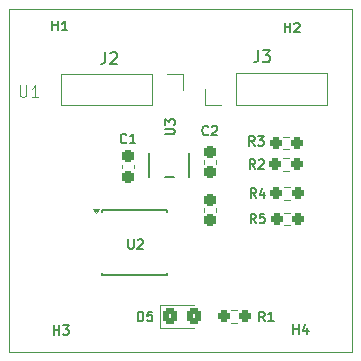
<source format=gbr>
G04 #@! TF.GenerationSoftware,KiCad,Pcbnew,8.0.1*
G04 #@! TF.CreationDate,2025-03-18T21:29:45-06:00*
G04 #@! TF.ProjectId,ColorSensing_Rev3,436f6c6f-7253-4656-9e73-696e675f5265,rev?*
G04 #@! TF.SameCoordinates,Original*
G04 #@! TF.FileFunction,Legend,Top*
G04 #@! TF.FilePolarity,Positive*
%FSLAX46Y46*%
G04 Gerber Fmt 4.6, Leading zero omitted, Abs format (unit mm)*
G04 Created by KiCad (PCBNEW 8.0.1) date 2025-03-18 21:29:45*
%MOMM*%
%LPD*%
G01*
G04 APERTURE LIST*
G04 Aperture macros list*
%AMRoundRect*
0 Rectangle with rounded corners*
0 $1 Rounding radius*
0 $2 $3 $4 $5 $6 $7 $8 $9 X,Y pos of 4 corners*
0 Add a 4 corners polygon primitive as box body*
4,1,4,$2,$3,$4,$5,$6,$7,$8,$9,$2,$3,0*
0 Add four circle primitives for the rounded corners*
1,1,$1+$1,$2,$3*
1,1,$1+$1,$4,$5*
1,1,$1+$1,$6,$7*
1,1,$1+$1,$8,$9*
0 Add four rect primitives between the rounded corners*
20,1,$1+$1,$2,$3,$4,$5,0*
20,1,$1+$1,$4,$5,$6,$7,0*
20,1,$1+$1,$6,$7,$8,$9,0*
20,1,$1+$1,$8,$9,$2,$3,0*%
G04 Aperture macros list end*
%ADD10C,0.150000*%
%ADD11C,0.100000*%
%ADD12C,0.120000*%
%ADD13C,0.152400*%
%ADD14RoundRect,0.237500X0.250000X0.237500X-0.250000X0.237500X-0.250000X-0.237500X0.250000X-0.237500X0*%
%ADD15C,2.500000*%
%ADD16RoundRect,0.237500X0.237500X-0.300000X0.237500X0.300000X-0.237500X0.300000X-0.237500X-0.300000X0*%
%ADD17C,1.524000*%
%ADD18R,0.508000X1.320800*%
%ADD19R,1.700000X1.700000*%
%ADD20O,1.700000X1.700000*%
%ADD21RoundRect,0.250000X-0.325000X-0.450000X0.325000X-0.450000X0.325000X0.450000X-0.325000X0.450000X0*%
%ADD22R,1.700000X0.650000*%
G04 APERTURE END LIST*
D10*
X133136667Y-80932295D02*
X132870000Y-80551342D01*
X132679524Y-80932295D02*
X132679524Y-80132295D01*
X132679524Y-80132295D02*
X132984286Y-80132295D01*
X132984286Y-80132295D02*
X133060476Y-80170390D01*
X133060476Y-80170390D02*
X133098571Y-80208485D01*
X133098571Y-80208485D02*
X133136667Y-80284676D01*
X133136667Y-80284676D02*
X133136667Y-80398961D01*
X133136667Y-80398961D02*
X133098571Y-80475152D01*
X133098571Y-80475152D02*
X133060476Y-80513247D01*
X133060476Y-80513247D02*
X132984286Y-80551342D01*
X132984286Y-80551342D02*
X132679524Y-80551342D01*
X133441428Y-80208485D02*
X133479524Y-80170390D01*
X133479524Y-80170390D02*
X133555714Y-80132295D01*
X133555714Y-80132295D02*
X133746190Y-80132295D01*
X133746190Y-80132295D02*
X133822381Y-80170390D01*
X133822381Y-80170390D02*
X133860476Y-80208485D01*
X133860476Y-80208485D02*
X133898571Y-80284676D01*
X133898571Y-80284676D02*
X133898571Y-80360866D01*
X133898571Y-80360866D02*
X133860476Y-80475152D01*
X133860476Y-80475152D02*
X133403333Y-80932295D01*
X133403333Y-80932295D02*
X133898571Y-80932295D01*
X136370476Y-94932295D02*
X136370476Y-94132295D01*
X136370476Y-94513247D02*
X136827619Y-94513247D01*
X136827619Y-94932295D02*
X136827619Y-94132295D01*
X137551428Y-94398961D02*
X137551428Y-94932295D01*
X137360952Y-94094200D02*
X137170475Y-94665628D01*
X137170475Y-94665628D02*
X137665714Y-94665628D01*
X133206667Y-85552295D02*
X132940000Y-85171342D01*
X132749524Y-85552295D02*
X132749524Y-84752295D01*
X132749524Y-84752295D02*
X133054286Y-84752295D01*
X133054286Y-84752295D02*
X133130476Y-84790390D01*
X133130476Y-84790390D02*
X133168571Y-84828485D01*
X133168571Y-84828485D02*
X133206667Y-84904676D01*
X133206667Y-84904676D02*
X133206667Y-85018961D01*
X133206667Y-85018961D02*
X133168571Y-85095152D01*
X133168571Y-85095152D02*
X133130476Y-85133247D01*
X133130476Y-85133247D02*
X133054286Y-85171342D01*
X133054286Y-85171342D02*
X132749524Y-85171342D01*
X133930476Y-84752295D02*
X133549524Y-84752295D01*
X133549524Y-84752295D02*
X133511428Y-85133247D01*
X133511428Y-85133247D02*
X133549524Y-85095152D01*
X133549524Y-85095152D02*
X133625714Y-85057057D01*
X133625714Y-85057057D02*
X133816190Y-85057057D01*
X133816190Y-85057057D02*
X133892381Y-85095152D01*
X133892381Y-85095152D02*
X133930476Y-85133247D01*
X133930476Y-85133247D02*
X133968571Y-85209438D01*
X133968571Y-85209438D02*
X133968571Y-85399914D01*
X133968571Y-85399914D02*
X133930476Y-85476104D01*
X133930476Y-85476104D02*
X133892381Y-85514200D01*
X133892381Y-85514200D02*
X133816190Y-85552295D01*
X133816190Y-85552295D02*
X133625714Y-85552295D01*
X133625714Y-85552295D02*
X133549524Y-85514200D01*
X133549524Y-85514200D02*
X133511428Y-85476104D01*
X133946667Y-93842295D02*
X133680000Y-93461342D01*
X133489524Y-93842295D02*
X133489524Y-93042295D01*
X133489524Y-93042295D02*
X133794286Y-93042295D01*
X133794286Y-93042295D02*
X133870476Y-93080390D01*
X133870476Y-93080390D02*
X133908571Y-93118485D01*
X133908571Y-93118485D02*
X133946667Y-93194676D01*
X133946667Y-93194676D02*
X133946667Y-93308961D01*
X133946667Y-93308961D02*
X133908571Y-93385152D01*
X133908571Y-93385152D02*
X133870476Y-93423247D01*
X133870476Y-93423247D02*
X133794286Y-93461342D01*
X133794286Y-93461342D02*
X133489524Y-93461342D01*
X134708571Y-93842295D02*
X134251428Y-93842295D01*
X134480000Y-93842295D02*
X134480000Y-93042295D01*
X134480000Y-93042295D02*
X134403809Y-93156580D01*
X134403809Y-93156580D02*
X134327619Y-93232771D01*
X134327619Y-93232771D02*
X134251428Y-93270866D01*
D11*
X113208095Y-73867419D02*
X113208095Y-74676942D01*
X113208095Y-74676942D02*
X113255714Y-74772180D01*
X113255714Y-74772180D02*
X113303333Y-74819800D01*
X113303333Y-74819800D02*
X113398571Y-74867419D01*
X113398571Y-74867419D02*
X113589047Y-74867419D01*
X113589047Y-74867419D02*
X113684285Y-74819800D01*
X113684285Y-74819800D02*
X113731904Y-74772180D01*
X113731904Y-74772180D02*
X113779523Y-74676942D01*
X113779523Y-74676942D02*
X113779523Y-73867419D01*
X114779523Y-74867419D02*
X114208095Y-74867419D01*
X114493809Y-74867419D02*
X114493809Y-73867419D01*
X114493809Y-73867419D02*
X114398571Y-74010276D01*
X114398571Y-74010276D02*
X114303333Y-74105514D01*
X114303333Y-74105514D02*
X114208095Y-74153133D01*
D10*
X125512295Y-78019523D02*
X126159914Y-78019523D01*
X126159914Y-78019523D02*
X126236104Y-77981428D01*
X126236104Y-77981428D02*
X126274200Y-77943333D01*
X126274200Y-77943333D02*
X126312295Y-77867142D01*
X126312295Y-77867142D02*
X126312295Y-77714761D01*
X126312295Y-77714761D02*
X126274200Y-77638571D01*
X126274200Y-77638571D02*
X126236104Y-77600476D01*
X126236104Y-77600476D02*
X126159914Y-77562380D01*
X126159914Y-77562380D02*
X125512295Y-77562380D01*
X125512295Y-77257619D02*
X125512295Y-76762381D01*
X125512295Y-76762381D02*
X125817057Y-77029047D01*
X125817057Y-77029047D02*
X125817057Y-76914762D01*
X125817057Y-76914762D02*
X125855152Y-76838571D01*
X125855152Y-76838571D02*
X125893247Y-76800476D01*
X125893247Y-76800476D02*
X125969438Y-76762381D01*
X125969438Y-76762381D02*
X126159914Y-76762381D01*
X126159914Y-76762381D02*
X126236104Y-76800476D01*
X126236104Y-76800476D02*
X126274200Y-76838571D01*
X126274200Y-76838571D02*
X126312295Y-76914762D01*
X126312295Y-76914762D02*
X126312295Y-77143333D01*
X126312295Y-77143333D02*
X126274200Y-77219524D01*
X126274200Y-77219524D02*
X126236104Y-77257619D01*
X120456666Y-71064819D02*
X120456666Y-71779104D01*
X120456666Y-71779104D02*
X120409047Y-71921961D01*
X120409047Y-71921961D02*
X120313809Y-72017200D01*
X120313809Y-72017200D02*
X120170952Y-72064819D01*
X120170952Y-72064819D02*
X120075714Y-72064819D01*
X120885238Y-71160057D02*
X120932857Y-71112438D01*
X120932857Y-71112438D02*
X121028095Y-71064819D01*
X121028095Y-71064819D02*
X121266190Y-71064819D01*
X121266190Y-71064819D02*
X121361428Y-71112438D01*
X121361428Y-71112438D02*
X121409047Y-71160057D01*
X121409047Y-71160057D02*
X121456666Y-71255295D01*
X121456666Y-71255295D02*
X121456666Y-71350533D01*
X121456666Y-71350533D02*
X121409047Y-71493390D01*
X121409047Y-71493390D02*
X120837619Y-72064819D01*
X120837619Y-72064819D02*
X121456666Y-72064819D01*
X122236667Y-78706104D02*
X122198571Y-78744200D01*
X122198571Y-78744200D02*
X122084286Y-78782295D01*
X122084286Y-78782295D02*
X122008095Y-78782295D01*
X122008095Y-78782295D02*
X121893809Y-78744200D01*
X121893809Y-78744200D02*
X121817619Y-78668009D01*
X121817619Y-78668009D02*
X121779524Y-78591819D01*
X121779524Y-78591819D02*
X121741428Y-78439438D01*
X121741428Y-78439438D02*
X121741428Y-78325152D01*
X121741428Y-78325152D02*
X121779524Y-78172771D01*
X121779524Y-78172771D02*
X121817619Y-78096580D01*
X121817619Y-78096580D02*
X121893809Y-78020390D01*
X121893809Y-78020390D02*
X122008095Y-77982295D01*
X122008095Y-77982295D02*
X122084286Y-77982295D01*
X122084286Y-77982295D02*
X122198571Y-78020390D01*
X122198571Y-78020390D02*
X122236667Y-78058485D01*
X122998571Y-78782295D02*
X122541428Y-78782295D01*
X122770000Y-78782295D02*
X122770000Y-77982295D01*
X122770000Y-77982295D02*
X122693809Y-78096580D01*
X122693809Y-78096580D02*
X122617619Y-78172771D01*
X122617619Y-78172771D02*
X122541428Y-78210866D01*
X129176667Y-78046104D02*
X129138571Y-78084200D01*
X129138571Y-78084200D02*
X129024286Y-78122295D01*
X129024286Y-78122295D02*
X128948095Y-78122295D01*
X128948095Y-78122295D02*
X128833809Y-78084200D01*
X128833809Y-78084200D02*
X128757619Y-78008009D01*
X128757619Y-78008009D02*
X128719524Y-77931819D01*
X128719524Y-77931819D02*
X128681428Y-77779438D01*
X128681428Y-77779438D02*
X128681428Y-77665152D01*
X128681428Y-77665152D02*
X128719524Y-77512771D01*
X128719524Y-77512771D02*
X128757619Y-77436580D01*
X128757619Y-77436580D02*
X128833809Y-77360390D01*
X128833809Y-77360390D02*
X128948095Y-77322295D01*
X128948095Y-77322295D02*
X129024286Y-77322295D01*
X129024286Y-77322295D02*
X129138571Y-77360390D01*
X129138571Y-77360390D02*
X129176667Y-77398485D01*
X129481428Y-77398485D02*
X129519524Y-77360390D01*
X129519524Y-77360390D02*
X129595714Y-77322295D01*
X129595714Y-77322295D02*
X129786190Y-77322295D01*
X129786190Y-77322295D02*
X129862381Y-77360390D01*
X129862381Y-77360390D02*
X129900476Y-77398485D01*
X129900476Y-77398485D02*
X129938571Y-77474676D01*
X129938571Y-77474676D02*
X129938571Y-77550866D01*
X129938571Y-77550866D02*
X129900476Y-77665152D01*
X129900476Y-77665152D02*
X129443333Y-78122295D01*
X129443333Y-78122295D02*
X129938571Y-78122295D01*
X133086667Y-79002295D02*
X132820000Y-78621342D01*
X132629524Y-79002295D02*
X132629524Y-78202295D01*
X132629524Y-78202295D02*
X132934286Y-78202295D01*
X132934286Y-78202295D02*
X133010476Y-78240390D01*
X133010476Y-78240390D02*
X133048571Y-78278485D01*
X133048571Y-78278485D02*
X133086667Y-78354676D01*
X133086667Y-78354676D02*
X133086667Y-78468961D01*
X133086667Y-78468961D02*
X133048571Y-78545152D01*
X133048571Y-78545152D02*
X133010476Y-78583247D01*
X133010476Y-78583247D02*
X132934286Y-78621342D01*
X132934286Y-78621342D02*
X132629524Y-78621342D01*
X133353333Y-78202295D02*
X133848571Y-78202295D01*
X133848571Y-78202295D02*
X133581905Y-78507057D01*
X133581905Y-78507057D02*
X133696190Y-78507057D01*
X133696190Y-78507057D02*
X133772381Y-78545152D01*
X133772381Y-78545152D02*
X133810476Y-78583247D01*
X133810476Y-78583247D02*
X133848571Y-78659438D01*
X133848571Y-78659438D02*
X133848571Y-78849914D01*
X133848571Y-78849914D02*
X133810476Y-78926104D01*
X133810476Y-78926104D02*
X133772381Y-78964200D01*
X133772381Y-78964200D02*
X133696190Y-79002295D01*
X133696190Y-79002295D02*
X133467619Y-79002295D01*
X133467619Y-79002295D02*
X133391428Y-78964200D01*
X133391428Y-78964200D02*
X133353333Y-78926104D01*
X133396666Y-70924819D02*
X133396666Y-71639104D01*
X133396666Y-71639104D02*
X133349047Y-71781961D01*
X133349047Y-71781961D02*
X133253809Y-71877200D01*
X133253809Y-71877200D02*
X133110952Y-71924819D01*
X133110952Y-71924819D02*
X133015714Y-71924819D01*
X133777619Y-70924819D02*
X134396666Y-70924819D01*
X134396666Y-70924819D02*
X134063333Y-71305771D01*
X134063333Y-71305771D02*
X134206190Y-71305771D01*
X134206190Y-71305771D02*
X134301428Y-71353390D01*
X134301428Y-71353390D02*
X134349047Y-71401009D01*
X134349047Y-71401009D02*
X134396666Y-71496247D01*
X134396666Y-71496247D02*
X134396666Y-71734342D01*
X134396666Y-71734342D02*
X134349047Y-71829580D01*
X134349047Y-71829580D02*
X134301428Y-71877200D01*
X134301428Y-71877200D02*
X134206190Y-71924819D01*
X134206190Y-71924819D02*
X133920476Y-71924819D01*
X133920476Y-71924819D02*
X133825238Y-71877200D01*
X133825238Y-71877200D02*
X133777619Y-71829580D01*
X115970476Y-69222295D02*
X115970476Y-68422295D01*
X115970476Y-68803247D02*
X116427619Y-68803247D01*
X116427619Y-69222295D02*
X116427619Y-68422295D01*
X117227618Y-69222295D02*
X116770475Y-69222295D01*
X116999047Y-69222295D02*
X116999047Y-68422295D01*
X116999047Y-68422295D02*
X116922856Y-68536580D01*
X116922856Y-68536580D02*
X116846666Y-68612771D01*
X116846666Y-68612771D02*
X116770475Y-68650866D01*
X123229524Y-93862295D02*
X123229524Y-93062295D01*
X123229524Y-93062295D02*
X123420000Y-93062295D01*
X123420000Y-93062295D02*
X123534286Y-93100390D01*
X123534286Y-93100390D02*
X123610476Y-93176580D01*
X123610476Y-93176580D02*
X123648571Y-93252771D01*
X123648571Y-93252771D02*
X123686667Y-93405152D01*
X123686667Y-93405152D02*
X123686667Y-93519438D01*
X123686667Y-93519438D02*
X123648571Y-93671819D01*
X123648571Y-93671819D02*
X123610476Y-93748009D01*
X123610476Y-93748009D02*
X123534286Y-93824200D01*
X123534286Y-93824200D02*
X123420000Y-93862295D01*
X123420000Y-93862295D02*
X123229524Y-93862295D01*
X124410476Y-93062295D02*
X124029524Y-93062295D01*
X124029524Y-93062295D02*
X123991428Y-93443247D01*
X123991428Y-93443247D02*
X124029524Y-93405152D01*
X124029524Y-93405152D02*
X124105714Y-93367057D01*
X124105714Y-93367057D02*
X124296190Y-93367057D01*
X124296190Y-93367057D02*
X124372381Y-93405152D01*
X124372381Y-93405152D02*
X124410476Y-93443247D01*
X124410476Y-93443247D02*
X124448571Y-93519438D01*
X124448571Y-93519438D02*
X124448571Y-93709914D01*
X124448571Y-93709914D02*
X124410476Y-93786104D01*
X124410476Y-93786104D02*
X124372381Y-93824200D01*
X124372381Y-93824200D02*
X124296190Y-93862295D01*
X124296190Y-93862295D02*
X124105714Y-93862295D01*
X124105714Y-93862295D02*
X124029524Y-93824200D01*
X124029524Y-93824200D02*
X123991428Y-93786104D01*
X116100476Y-94992295D02*
X116100476Y-94192295D01*
X116100476Y-94573247D02*
X116557619Y-94573247D01*
X116557619Y-94992295D02*
X116557619Y-94192295D01*
X116862380Y-94192295D02*
X117357618Y-94192295D01*
X117357618Y-94192295D02*
X117090952Y-94497057D01*
X117090952Y-94497057D02*
X117205237Y-94497057D01*
X117205237Y-94497057D02*
X117281428Y-94535152D01*
X117281428Y-94535152D02*
X117319523Y-94573247D01*
X117319523Y-94573247D02*
X117357618Y-94649438D01*
X117357618Y-94649438D02*
X117357618Y-94839914D01*
X117357618Y-94839914D02*
X117319523Y-94916104D01*
X117319523Y-94916104D02*
X117281428Y-94954200D01*
X117281428Y-94954200D02*
X117205237Y-94992295D01*
X117205237Y-94992295D02*
X116976666Y-94992295D01*
X116976666Y-94992295D02*
X116900475Y-94954200D01*
X116900475Y-94954200D02*
X116862380Y-94916104D01*
X133206667Y-83412295D02*
X132940000Y-83031342D01*
X132749524Y-83412295D02*
X132749524Y-82612295D01*
X132749524Y-82612295D02*
X133054286Y-82612295D01*
X133054286Y-82612295D02*
X133130476Y-82650390D01*
X133130476Y-82650390D02*
X133168571Y-82688485D01*
X133168571Y-82688485D02*
X133206667Y-82764676D01*
X133206667Y-82764676D02*
X133206667Y-82878961D01*
X133206667Y-82878961D02*
X133168571Y-82955152D01*
X133168571Y-82955152D02*
X133130476Y-82993247D01*
X133130476Y-82993247D02*
X133054286Y-83031342D01*
X133054286Y-83031342D02*
X132749524Y-83031342D01*
X133892381Y-82878961D02*
X133892381Y-83412295D01*
X133701905Y-82574200D02*
X133511428Y-83145628D01*
X133511428Y-83145628D02*
X134006667Y-83145628D01*
X135670476Y-69402295D02*
X135670476Y-68602295D01*
X135670476Y-68983247D02*
X136127619Y-68983247D01*
X136127619Y-69402295D02*
X136127619Y-68602295D01*
X136470475Y-68678485D02*
X136508571Y-68640390D01*
X136508571Y-68640390D02*
X136584761Y-68602295D01*
X136584761Y-68602295D02*
X136775237Y-68602295D01*
X136775237Y-68602295D02*
X136851428Y-68640390D01*
X136851428Y-68640390D02*
X136889523Y-68678485D01*
X136889523Y-68678485D02*
X136927618Y-68754676D01*
X136927618Y-68754676D02*
X136927618Y-68830866D01*
X136927618Y-68830866D02*
X136889523Y-68945152D01*
X136889523Y-68945152D02*
X136432380Y-69402295D01*
X136432380Y-69402295D02*
X136927618Y-69402295D01*
X122410476Y-86922295D02*
X122410476Y-87569914D01*
X122410476Y-87569914D02*
X122448571Y-87646104D01*
X122448571Y-87646104D02*
X122486666Y-87684200D01*
X122486666Y-87684200D02*
X122562857Y-87722295D01*
X122562857Y-87722295D02*
X122715238Y-87722295D01*
X122715238Y-87722295D02*
X122791428Y-87684200D01*
X122791428Y-87684200D02*
X122829523Y-87646104D01*
X122829523Y-87646104D02*
X122867619Y-87569914D01*
X122867619Y-87569914D02*
X122867619Y-86922295D01*
X123210475Y-86998485D02*
X123248571Y-86960390D01*
X123248571Y-86960390D02*
X123324761Y-86922295D01*
X123324761Y-86922295D02*
X123515237Y-86922295D01*
X123515237Y-86922295D02*
X123591428Y-86960390D01*
X123591428Y-86960390D02*
X123629523Y-86998485D01*
X123629523Y-86998485D02*
X123667618Y-87074676D01*
X123667618Y-87074676D02*
X123667618Y-87150866D01*
X123667618Y-87150866D02*
X123629523Y-87265152D01*
X123629523Y-87265152D02*
X123172380Y-87722295D01*
X123172380Y-87722295D02*
X123667618Y-87722295D01*
D12*
X136017224Y-80057500D02*
X135507776Y-80057500D01*
X136017224Y-81102500D02*
X135507776Y-81102500D01*
X128840000Y-84583767D02*
X128840000Y-84291233D01*
X129860000Y-84583767D02*
X129860000Y-84291233D01*
X136132224Y-84687500D02*
X135622776Y-84687500D01*
X136132224Y-85732500D02*
X135622776Y-85732500D01*
X131632224Y-92927500D02*
X131122776Y-92927500D01*
X131632224Y-93972500D02*
X131122776Y-93972500D01*
D11*
X112315850Y-67445000D02*
X141315850Y-67445000D01*
X141315850Y-96445000D01*
X112315850Y-96445000D01*
X112315850Y-67445000D01*
D13*
X124189449Y-79620900D02*
X124189449Y-81678300D01*
X125502588Y-81678300D02*
X126229110Y-81678300D01*
X127542249Y-81678300D02*
X127542249Y-79620900D01*
D12*
X116720000Y-72910000D02*
X116720000Y-75570000D01*
X124400000Y-72910000D02*
X116720000Y-72910000D01*
X124400000Y-72910000D02*
X124400000Y-75570000D01*
X124400000Y-75570000D02*
X116720000Y-75570000D01*
X125670000Y-72910000D02*
X127000000Y-72910000D01*
X127000000Y-72910000D02*
X127000000Y-74240000D01*
X121870000Y-80903767D02*
X121870000Y-80611233D01*
X122890000Y-80903767D02*
X122890000Y-80611233D01*
X128800000Y-80518767D02*
X128800000Y-80226233D01*
X129820000Y-80518767D02*
X129820000Y-80226233D01*
X136047224Y-78227500D02*
X135537776Y-78227500D01*
X136047224Y-79272500D02*
X135537776Y-79272500D01*
X128930000Y-75540000D02*
X128930000Y-74210000D01*
X130260000Y-75540000D02*
X128930000Y-75540000D01*
X131530000Y-72880000D02*
X139210000Y-72880000D01*
X131530000Y-75540000D02*
X131530000Y-72880000D01*
X131530000Y-75540000D02*
X139210000Y-75540000D01*
X139210000Y-75540000D02*
X139210000Y-72880000D01*
X125065000Y-92470000D02*
X125065000Y-94390000D01*
X125065000Y-94390000D02*
X127925000Y-94390000D01*
X127925000Y-92470000D02*
X125065000Y-92470000D01*
X136112224Y-82517500D02*
X135602776Y-82517500D01*
X136112224Y-83562500D02*
X135602776Y-83562500D01*
D10*
X120210000Y-84430000D02*
X120210000Y-84635000D01*
X120210000Y-84430000D02*
X125710000Y-84430000D01*
X120210000Y-89940000D02*
X120210000Y-89735000D01*
X120210000Y-89940000D02*
X125710000Y-89940000D01*
X125710000Y-84430000D02*
X125710000Y-84635000D01*
X125710000Y-89940000D02*
X125710000Y-89735000D01*
D12*
X119660000Y-84685000D02*
X119420000Y-84355000D01*
X119900000Y-84355000D01*
X119660000Y-84685000D01*
G36*
X119660000Y-84685000D02*
G01*
X119420000Y-84355000D01*
X119900000Y-84355000D01*
X119660000Y-84685000D01*
G37*
%LPC*%
D14*
X136675000Y-80580000D03*
X134850000Y-80580000D03*
D15*
X139320000Y-94360000D03*
D16*
X129350000Y-85300000D03*
X129350000Y-83575000D03*
D14*
X136790000Y-85210000D03*
X134965000Y-85210000D03*
X132290000Y-93450000D03*
X130465000Y-93450000D03*
D17*
X114115850Y-76865000D03*
X114115850Y-79405000D03*
X114115850Y-81945000D03*
X114115850Y-84485000D03*
X114115850Y-87025000D03*
X139515850Y-87025000D03*
X139515850Y-84485000D03*
X139515850Y-81945000D03*
X139515850Y-79405000D03*
X139515850Y-76865000D03*
D18*
X126815850Y-79354200D03*
X125865849Y-79354200D03*
X124915848Y-79354200D03*
X124915848Y-81945000D03*
X126815850Y-81945000D03*
D19*
X125670000Y-74240000D03*
D20*
X123130000Y-74240000D03*
X120590000Y-74240000D03*
X118050000Y-74240000D03*
D16*
X122380000Y-81620000D03*
X122380000Y-79895000D03*
X129310000Y-81235000D03*
X129310000Y-79510000D03*
D14*
X136705000Y-78750000D03*
X134880000Y-78750000D03*
D19*
X130260000Y-74210000D03*
D20*
X132800000Y-74210000D03*
X135340000Y-74210000D03*
X137880000Y-74210000D03*
D15*
X114300000Y-69600000D03*
D21*
X125900000Y-93430000D03*
X127950000Y-93430000D03*
D15*
X114480000Y-94420000D03*
D14*
X136770000Y-83040000D03*
X134945000Y-83040000D03*
D15*
X138850000Y-69550000D03*
D22*
X119310000Y-85280000D03*
X119310000Y-86550000D03*
X119310000Y-87820000D03*
X119310000Y-89090000D03*
X126610000Y-89090000D03*
X126610000Y-87820000D03*
X126610000Y-86550000D03*
X126610000Y-85280000D03*
D19*
X128300000Y-69720000D03*
D20*
X125760000Y-69720000D03*
%LPD*%
M02*

</source>
